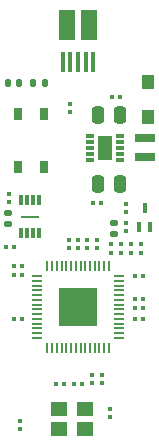
<source format=gbr>
%TF.GenerationSoftware,KiCad,Pcbnew,7.0.8*%
%TF.CreationDate,2024-02-29T17:44:05+05:30*%
%TF.ProjectId,RP2040_Breakout,52503230-3430-45f4-9272-65616b6f7574,rev?*%
%TF.SameCoordinates,Original*%
%TF.FileFunction,Paste,Top*%
%TF.FilePolarity,Positive*%
%FSLAX46Y46*%
G04 Gerber Fmt 4.6, Leading zero omitted, Abs format (unit mm)*
G04 Created by KiCad (PCBNEW 7.0.8) date 2024-02-29 17:44:05*
%MOMM*%
%LPD*%
G01*
G04 APERTURE LIST*
G04 Aperture macros list*
%AMRoundRect*
0 Rectangle with rounded corners*
0 $1 Rounding radius*
0 $2 $3 $4 $5 $6 $7 $8 $9 X,Y pos of 4 corners*
0 Add a 4 corners polygon primitive as box body*
4,1,4,$2,$3,$4,$5,$6,$7,$8,$9,$2,$3,0*
0 Add four circle primitives for the rounded corners*
1,1,$1+$1,$2,$3*
1,1,$1+$1,$4,$5*
1,1,$1+$1,$6,$7*
1,1,$1+$1,$8,$9*
0 Add four rect primitives between the rounded corners*
20,1,$1+$1,$2,$3,$4,$5,0*
20,1,$1+$1,$4,$5,$6,$7,0*
20,1,$1+$1,$6,$7,$8,$9,0*
20,1,$1+$1,$8,$9,$2,$3,0*%
G04 Aperture macros list end*
%ADD10RoundRect,0.079500X0.079500X0.100500X-0.079500X0.100500X-0.079500X-0.100500X0.079500X-0.100500X0*%
%ADD11R,1.400000X1.200000*%
%ADD12R,0.400000X0.900000*%
%ADD13RoundRect,0.079500X-0.079500X-0.100500X0.079500X-0.100500X0.079500X0.100500X-0.079500X0.100500X0*%
%ADD14R,0.850000X0.200000*%
%ADD15R,0.200000X0.850000*%
%ADD16R,3.200000X3.200000*%
%ADD17RoundRect,0.079500X0.100500X-0.079500X0.100500X0.079500X-0.100500X0.079500X-0.100500X-0.079500X0*%
%ADD18RoundRect,0.079500X-0.100500X0.079500X-0.100500X-0.079500X0.100500X-0.079500X0.100500X0.079500X0*%
%ADD19RoundRect,0.135000X0.135000X0.185000X-0.135000X0.185000X-0.135000X-0.185000X0.135000X-0.185000X0*%
%ADD20R,0.300000X0.900000*%
%ADD21R,1.650000X0.250000*%
%ADD22RoundRect,0.140000X-0.170000X0.140000X-0.170000X-0.140000X0.170000X-0.140000X0.170000X0.140000X0*%
%ADD23R,0.400000X1.750000*%
%ADD24R,1.475000X2.500000*%
%ADD25R,0.800000X0.300000*%
%ADD26R,1.250000X2.050000*%
%ADD27RoundRect,0.250000X-0.250000X-0.475000X0.250000X-0.475000X0.250000X0.475000X-0.250000X0.475000X0*%
%ADD28R,0.700000X1.000000*%
%ADD29RoundRect,0.147500X-0.147500X-0.172500X0.147500X-0.172500X0.147500X0.172500X-0.147500X0.172500X0*%
%ADD30RoundRect,0.250000X0.250000X0.475000X-0.250000X0.475000X-0.250000X-0.475000X0.250000X-0.475000X0*%
%ADD31R,1.120000X1.240000*%
%ADD32R,1.800000X0.800000*%
G04 APERTURE END LIST*
D10*
%TO.C,C1*%
X132415000Y-97100000D03*
X131725000Y-97100000D03*
%TD*%
%TO.C,R1*%
X142615000Y-99950000D03*
X141925000Y-99950000D03*
%TD*%
D11*
%TO.C,Y1*%
X135480000Y-110960000D03*
X137680000Y-110960000D03*
X137680000Y-109260000D03*
X135480000Y-109260000D03*
%TD*%
D10*
%TO.C,R8*%
X137485000Y-107150000D03*
X136795000Y-107150000D03*
%TD*%
D12*
%TO.C,Q1*%
X142250000Y-93860000D03*
X143250000Y-93860000D03*
X142750000Y-92260000D03*
%TD*%
D13*
%TO.C,C4*%
X141925000Y-98010000D03*
X142615000Y-98010000D03*
%TD*%
D10*
%TO.C,C10*%
X132415000Y-97870000D03*
X131725000Y-97870000D03*
%TD*%
D13*
%TO.C,R7*%
X135265000Y-107150000D03*
X135955000Y-107150000D03*
%TD*%
D14*
%TO.C,IC1*%
X133680000Y-98010000D03*
X133680000Y-98410000D03*
X133680000Y-98810000D03*
X133680000Y-99210000D03*
X133680000Y-99610000D03*
X133680000Y-100010000D03*
X133680000Y-100410000D03*
X133680000Y-100810000D03*
X133680000Y-101210000D03*
X133680000Y-101610000D03*
X133680000Y-102010000D03*
X133680000Y-102410000D03*
X133680000Y-102810000D03*
X133680000Y-103210000D03*
D15*
X134530000Y-104060000D03*
X134930000Y-104060000D03*
X135330000Y-104060000D03*
X135730000Y-104060000D03*
X136130000Y-104060000D03*
X136530000Y-104060000D03*
X136930000Y-104060000D03*
X137330000Y-104060000D03*
X137730000Y-104060000D03*
X138130000Y-104060000D03*
X138530000Y-104060000D03*
X138930000Y-104060000D03*
X139330000Y-104060000D03*
X139730000Y-104060000D03*
D14*
X140580000Y-103210000D03*
X140580000Y-102810000D03*
X140580000Y-102410000D03*
X140580000Y-102010000D03*
X140580000Y-101610000D03*
X140580000Y-101210000D03*
X140580000Y-100810000D03*
X140580000Y-100410000D03*
X140580000Y-100010000D03*
X140580000Y-99610000D03*
X140580000Y-99210000D03*
X140580000Y-98810000D03*
X140580000Y-98410000D03*
X140580000Y-98010000D03*
D15*
X139730000Y-97160000D03*
X139330000Y-97160000D03*
X138930000Y-97160000D03*
X138530000Y-97160000D03*
X138130000Y-97160000D03*
X137730000Y-97160000D03*
X137330000Y-97160000D03*
X136930000Y-97160000D03*
X136530000Y-97160000D03*
X136130000Y-97160000D03*
X135730000Y-97160000D03*
X135330000Y-97160000D03*
X134930000Y-97160000D03*
X134530000Y-97160000D03*
D16*
X137130000Y-100610000D03*
%TD*%
D17*
%TO.C,C15*%
X140740000Y-95995000D03*
X140740000Y-95305000D03*
%TD*%
D18*
%TO.C,R10*%
X141610000Y-95305000D03*
X141610000Y-95995000D03*
%TD*%
D17*
%TO.C,R15*%
X141140000Y-94145000D03*
X141140000Y-93455000D03*
%TD*%
D10*
%TO.C,R13*%
X131685000Y-95570000D03*
X130995000Y-95570000D03*
%TD*%
D17*
%TO.C,R14*%
X141150000Y-92605000D03*
X141150000Y-91915000D03*
%TD*%
D10*
%TO.C,C9*%
X132395000Y-101590000D03*
X131705000Y-101590000D03*
%TD*%
D18*
%TO.C,C14*%
X139860000Y-109265000D03*
X139860000Y-109955000D03*
%TD*%
D17*
%TO.C,R12*%
X136420000Y-84125000D03*
X136420000Y-83435000D03*
%TD*%
%TO.C,C3*%
X137140000Y-95625000D03*
X137140000Y-94935000D03*
%TD*%
D18*
%TO.C,C2*%
X138320000Y-106395000D03*
X138320000Y-107085000D03*
%TD*%
D10*
%TO.C,R3*%
X140705000Y-82850000D03*
X140015000Y-82850000D03*
%TD*%
D19*
%TO.C,R9*%
X134290000Y-81670000D03*
X133270000Y-81670000D03*
%TD*%
D20*
%TO.C,IC3*%
X132302500Y-94380000D03*
X132802500Y-94380000D03*
X133302500Y-94380000D03*
X133802500Y-94380000D03*
X133802500Y-91580000D03*
X133302500Y-91580000D03*
X132802500Y-91580000D03*
X132302500Y-91580000D03*
D21*
X133052500Y-92980000D03*
%TD*%
D22*
%TO.C,C18*%
X140160000Y-93480000D03*
X140160000Y-94440000D03*
%TD*%
D17*
%TO.C,C16*%
X131270000Y-91695000D03*
X131270000Y-91005000D03*
%TD*%
D23*
%TO.C,J1*%
X138430000Y-79835000D03*
X137780000Y-79835000D03*
X137130000Y-79835000D03*
X136480000Y-79835000D03*
X135830000Y-79835000D03*
D24*
X136192500Y-76760000D03*
X138067500Y-76760000D03*
%TD*%
D25*
%TO.C,IC2*%
X140670000Y-88127500D03*
X140670000Y-87627500D03*
X140670000Y-87127500D03*
X140670000Y-86627500D03*
X140670000Y-86127500D03*
X138170000Y-86127500D03*
X138170000Y-86627500D03*
X138170000Y-87127500D03*
X138170000Y-87627500D03*
X138170000Y-88127500D03*
D26*
X139420000Y-87127500D03*
%TD*%
D17*
%TO.C,C13*%
X132240000Y-110975000D03*
X132240000Y-110285000D03*
%TD*%
%TO.C,R11*%
X142490000Y-95995000D03*
X142490000Y-95305000D03*
%TD*%
D13*
%TO.C,R4*%
X138415000Y-91830000D03*
X139105000Y-91830000D03*
%TD*%
D27*
%TO.C,C11*%
X138810000Y-90190000D03*
X140710000Y-90190000D03*
%TD*%
D18*
%TO.C,R5*%
X137920000Y-94935000D03*
X137920000Y-95625000D03*
%TD*%
D28*
%TO.C,S1*%
X132075000Y-88740000D03*
X132075000Y-84240000D03*
X134225000Y-88740000D03*
X134225000Y-84240000D03*
%TD*%
D29*
%TO.C,D2*%
X131175000Y-81670000D03*
X132145000Y-81670000D03*
%TD*%
D13*
%TO.C,R2*%
X141925000Y-100690000D03*
X142615000Y-100690000D03*
%TD*%
D22*
%TO.C,C17*%
X131180000Y-92610000D03*
X131180000Y-93570000D03*
%TD*%
D30*
%TO.C,C12*%
X140670000Y-84360000D03*
X138770000Y-84360000D03*
%TD*%
D31*
%TO.C,D1*%
X143050000Y-84520000D03*
X143050000Y-81520000D03*
%TD*%
D17*
%TO.C,C8*%
X139870000Y-95995000D03*
X139870000Y-95305000D03*
%TD*%
%TO.C,C7*%
X136360000Y-95625000D03*
X136360000Y-94935000D03*
%TD*%
D18*
%TO.C,R6*%
X138760000Y-94935000D03*
X138760000Y-95625000D03*
%TD*%
D32*
%TO.C,L1*%
X142800000Y-86310000D03*
X142800000Y-87910000D03*
%TD*%
D18*
%TO.C,C6*%
X139110000Y-106395000D03*
X139110000Y-107085000D03*
%TD*%
D13*
%TO.C,C5*%
X141925000Y-101590000D03*
X142615000Y-101590000D03*
%TD*%
M02*

</source>
